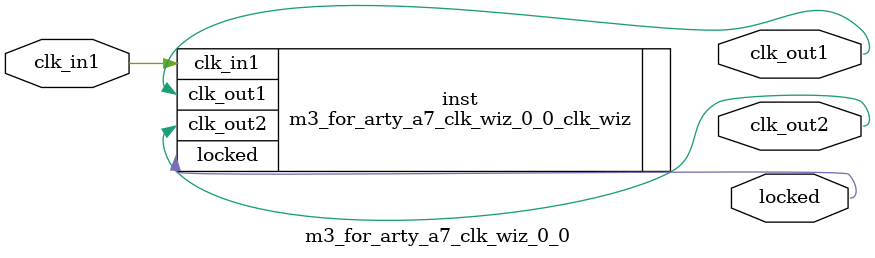
<source format=v>


`timescale 1ps/1ps

(* CORE_GENERATION_INFO = "m3_for_arty_a7_clk_wiz_0_0,clk_wiz_v6_0_1_0_0,{component_name=m3_for_arty_a7_clk_wiz_0_0,use_phase_alignment=true,use_min_o_jitter=false,use_max_i_jitter=false,use_dyn_phase_shift=false,use_inclk_switchover=false,use_dyn_reconfig=false,enable_axi=0,feedback_source=FDBK_AUTO,PRIMITIVE=MMCM,num_out_clk=2,clkin1_period=10.000,clkin2_period=10.000,use_power_down=false,use_reset=false,use_locked=true,use_inclk_stopped=false,feedback_type=SINGLE,CLOCK_MGR_TYPE=NA,manual_override=false}" *)

module m3_for_arty_a7_clk_wiz_0_0 
 (
  // Clock out ports
  output        clk_out1,
  output        clk_out2,
  // Status and control signals
  output        locked,
 // Clock in ports
  input         clk_in1
 );

  m3_for_arty_a7_clk_wiz_0_0_clk_wiz inst
  (
  // Clock out ports  
  .clk_out1(clk_out1),
  .clk_out2(clk_out2),
  // Status and control signals               
  .locked(locked),
 // Clock in ports
  .clk_in1(clk_in1)
  );

endmodule

</source>
